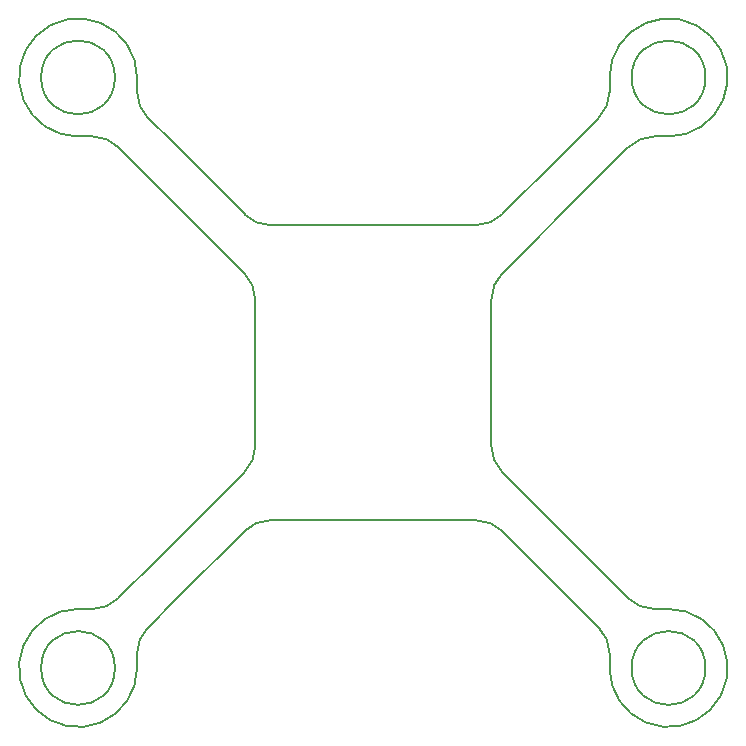
<source format=gko>
%FSLAX25Y25*%
%MOIN*%
G70*
G01*
G75*
G04 Layer_Color=32768*
%ADD10C,0.01000*%
%ADD11C,0.01100*%
%ADD12C,0.02200*%
%ADD13R,0.01772X0.01575*%
%ADD14R,0.01575X0.01772*%
%ADD15R,0.02362X0.03347*%
%ADD16R,0.02756X0.03150*%
%ADD17R,0.03937X0.04724*%
%ADD18R,0.03150X0.02559*%
%ADD19R,0.03150X0.06299*%
%ADD20R,0.01181X0.03543*%
%ADD21R,0.06299X0.05118*%
%ADD22R,0.03543X0.03150*%
%ADD23R,0.01181X0.03150*%
%ADD24R,0.03150X0.01181*%
%ADD25O,0.03150X0.01181*%
%ADD26R,0.02559X0.03740*%
G04:AMPARAMS|DCode=27|XSize=37.4mil|YSize=25.59mil|CornerRadius=0mil|HoleSize=0mil|Usage=FLASHONLY|Rotation=135.000|XOffset=0mil|YOffset=0mil|HoleType=Round|Shape=Rectangle|*
%AMROTATEDRECTD27*
4,1,4,0.02227,-0.00418,0.00418,-0.02227,-0.02227,0.00418,-0.00418,0.02227,0.02227,-0.00418,0.0*
%
%ADD27ROTATEDRECTD27*%

G04:AMPARAMS|DCode=28|XSize=37.4mil|YSize=25.59mil|CornerRadius=0mil|HoleSize=0mil|Usage=FLASHONLY|Rotation=45.000|XOffset=0mil|YOffset=0mil|HoleType=Round|Shape=Rectangle|*
%AMROTATEDRECTD28*
4,1,4,-0.00418,-0.02227,-0.02227,-0.00418,0.00418,0.02227,0.02227,0.00418,-0.00418,-0.02227,0.0*
%
%ADD28ROTATEDRECTD28*%

%ADD29R,0.12598X0.12598*%
%ADD30R,0.12598X0.12598*%
%ADD31O,0.01181X0.03150*%
%ADD32R,0.03100X0.03100*%
%ADD33R,0.01969X0.03937*%
%ADD34R,0.05315X0.05906*%
%ADD35R,0.01969X0.02362*%
%ADD36R,0.02362X0.01969*%
%ADD37R,0.01181X0.01575*%
%ADD38R,0.11811X0.15748*%
%ADD39R,0.02205X0.02677*%
%ADD40C,0.02000*%
%ADD41C,0.00800*%
%ADD42C,0.03000*%
%ADD43C,0.02953*%
%ADD44O,0.02756X0.02953*%
G04:AMPARAMS|DCode=45|XSize=35.43mil|YSize=78.74mil|CornerRadius=0mil|HoleSize=0mil|Usage=FLASHONLY|Rotation=225.000|XOffset=0mil|YOffset=0mil|HoleType=Round|Shape=Round|*
%AMOVALD45*
21,1,0.04331,0.03543,0.00000,0.00000,315.0*
1,1,0.03543,-0.01531,0.01531*
1,1,0.03543,0.01531,-0.01531*
%
%ADD45OVALD45*%

G04:AMPARAMS|DCode=46|XSize=47.24mil|YSize=23.62mil|CornerRadius=0mil|HoleSize=0mil|Usage=FLASHONLY|Rotation=225.000|XOffset=0mil|YOffset=0mil|HoleType=Round|Shape=Round|*
%AMOVALD46*
21,1,0.02362,0.02362,0.00000,0.00000,225.0*
1,1,0.02362,0.00835,0.00835*
1,1,0.02362,-0.00835,-0.00835*
%
%ADD46OVALD46*%

G04:AMPARAMS|DCode=47|XSize=35.43mil|YSize=78.74mil|CornerRadius=0mil|HoleSize=0mil|Usage=FLASHONLY|Rotation=135.000|XOffset=0mil|YOffset=0mil|HoleType=Round|Shape=Round|*
%AMOVALD47*
21,1,0.04331,0.03543,0.00000,0.00000,225.0*
1,1,0.03543,0.01531,0.01531*
1,1,0.03543,-0.01531,-0.01531*
%
%ADD47OVALD47*%

G04:AMPARAMS|DCode=48|XSize=47.24mil|YSize=23.62mil|CornerRadius=0mil|HoleSize=0mil|Usage=FLASHONLY|Rotation=135.000|XOffset=0mil|YOffset=0mil|HoleType=Round|Shape=Round|*
%AMOVALD48*
21,1,0.02362,0.02362,0.00000,0.00000,135.0*
1,1,0.02362,0.00835,-0.00835*
1,1,0.02362,-0.00835,0.00835*
%
%ADD48OVALD48*%

%ADD49C,0.02700*%
%ADD50R,0.02572X0.02375*%
%ADD51R,0.02375X0.02572*%
%ADD52R,0.03162X0.04147*%
%ADD53R,0.03556X0.03950*%
%ADD54R,0.04737X0.05524*%
%ADD55R,0.03950X0.03359*%
%ADD56R,0.03950X0.07099*%
%ADD57R,0.01981X0.04343*%
%ADD58R,0.07099X0.05918*%
%ADD59R,0.04343X0.03950*%
%ADD60R,0.01981X0.03950*%
%ADD61R,0.03950X0.01981*%
%ADD62O,0.03950X0.01981*%
%ADD63R,0.03359X0.04540*%
G04:AMPARAMS|DCode=64|XSize=45.4mil|YSize=33.59mil|CornerRadius=0mil|HoleSize=0mil|Usage=FLASHONLY|Rotation=135.000|XOffset=0mil|YOffset=0mil|HoleType=Round|Shape=Rectangle|*
%AMROTATEDRECTD64*
4,1,4,0.02793,-0.00418,0.00418,-0.02793,-0.02793,0.00418,-0.00418,0.02793,0.02793,-0.00418,0.0*
%
%ADD64ROTATEDRECTD64*%

G04:AMPARAMS|DCode=65|XSize=45.4mil|YSize=33.59mil|CornerRadius=0mil|HoleSize=0mil|Usage=FLASHONLY|Rotation=45.000|XOffset=0mil|YOffset=0mil|HoleType=Round|Shape=Rectangle|*
%AMROTATEDRECTD65*
4,1,4,-0.00418,-0.02793,-0.02793,-0.00418,0.00418,0.02793,0.02793,0.00418,-0.00418,-0.02793,0.0*
%
%ADD65ROTATEDRECTD65*%

%ADD66R,0.13398X0.13398*%
%ADD67R,0.13398X0.13398*%
%ADD68O,0.01981X0.03950*%
%ADD69R,0.03900X0.03900*%
%ADD70R,0.02769X0.04737*%
%ADD71R,0.06115X0.06706*%
%ADD72R,0.02769X0.03162*%
%ADD73R,0.03162X0.02769*%
%ADD74R,0.01981X0.02375*%
%ADD75R,0.12611X0.16548*%
%ADD76R,0.03005X0.03477*%
%ADD77C,0.03753*%
%ADD78O,0.03556X0.03753*%
G04:AMPARAMS|DCode=79|XSize=43.43mil|YSize=86.74mil|CornerRadius=0mil|HoleSize=0mil|Usage=FLASHONLY|Rotation=225.000|XOffset=0mil|YOffset=0mil|HoleType=Round|Shape=Round|*
%AMOVALD79*
21,1,0.04331,0.04343,0.00000,0.00000,315.0*
1,1,0.04343,-0.01531,0.01531*
1,1,0.04343,0.01531,-0.01531*
%
%ADD79OVALD79*%

G04:AMPARAMS|DCode=80|XSize=43.43mil|YSize=86.74mil|CornerRadius=0mil|HoleSize=0mil|Usage=FLASHONLY|Rotation=135.000|XOffset=0mil|YOffset=0mil|HoleType=Round|Shape=Round|*
%AMOVALD80*
21,1,0.04331,0.04343,0.00000,0.00000,225.0*
1,1,0.04343,0.01531,0.01531*
1,1,0.04343,-0.01531,-0.01531*
%
%ADD80OVALD80*%

%ADD81C,0.00787*%
D81*
X150098Y147638D02*
G03*
X150098Y147638I-12303J0D01*
G01*
X346949D02*
G03*
X346949Y147638I-12303J0D01*
G01*
Y344488D02*
G03*
X346949Y344488I-12303J0D01*
G01*
X150098D02*
G03*
X150098Y344488I-12303J0D01*
G01*
X193315Y213000D02*
G03*
X196850Y221535I-8535J8535D01*
G01*
X201850Y196850D02*
G03*
X193315Y193315I0J-12071D01*
G01*
X279126D02*
G03*
X270590Y196850I-8535J-8535D01*
G01*
X275590Y221535D02*
G03*
X279126Y213000I12071J0D01*
G01*
Y279126D02*
G03*
X275590Y270590I8535J-8535D01*
G01*
X270590Y295276D02*
G03*
X279126Y298811I0J12071D01*
G01*
X193315D02*
G03*
X201850Y295276I8535J8535D01*
G01*
X196850Y270590D02*
G03*
X193315Y279126I-12071J0D01*
G01*
X321268Y170858D02*
G03*
X329803Y167323I8535J8535D01*
G01*
X314961Y152480D02*
G03*
X311425Y161016I-12071J0D01*
G01*
X157480Y344488D02*
G03*
X137795Y324803I-19685J-0D01*
G01*
X314961Y147638D02*
G03*
X334646Y167323I19685J0D01*
G01*
Y324803D02*
G03*
X314961Y344488I0J19685D01*
G01*
X137795Y167323D02*
G03*
X157480Y147638I-0J-19685D01*
G01*
X151173Y321268D02*
G03*
X142638Y324803I-8535J-8535D01*
G01*
X157480Y339646D02*
G03*
X161016Y331110I12071J0D01*
G01*
X311425D02*
G03*
X314961Y339646I-8535J8535D01*
G01*
X329803Y324803D02*
G03*
X321268Y321268I0J-12071D01*
G01*
X142638Y167323D02*
G03*
X151173Y170858I0J12071D01*
G01*
X161016Y161016D02*
G03*
X157480Y152480I8535J-8535D01*
G01*
X196850Y221535D02*
Y253150D01*
X164370Y184055D02*
X193315Y213000D01*
X201850Y196850D02*
X253543D01*
X170472Y170472D02*
X193315Y193315D01*
X253543Y196850D02*
X270590D01*
X279126Y193315D02*
X299409Y173031D01*
X279126Y213000D02*
X308071Y184055D01*
X275590Y221535D02*
Y252362D01*
Y270590D01*
X279126Y279126D02*
X309252Y309252D01*
X279126Y298811D02*
X298031Y317717D01*
X226772Y295276D02*
X270590D01*
X201850D02*
X226772D01*
X169291Y322835D02*
X193315Y298811D01*
X196850Y253150D02*
Y270590D01*
X162598Y309842D02*
X193315Y279126D01*
X329803Y167323D02*
X334646D01*
X308071Y184055D02*
X321268Y170858D01*
X314961Y147638D02*
Y152480D01*
X299409Y173031D02*
X311425Y161016D01*
X151173Y321268D02*
X162598Y309842D01*
X137795Y324803D02*
X142638D01*
X161016Y331110D02*
X169291Y322835D01*
X157480Y339646D02*
Y344488D01*
X298031Y317717D02*
X311425Y331110D01*
X314961Y339646D02*
Y344488D01*
X309252Y309252D02*
X321268Y321268D01*
X329803Y324803D02*
X334646D01*
X151173Y170858D02*
X164370Y184055D01*
X137795Y167323D02*
X142638D01*
X161016Y161016D02*
X170472Y170472D01*
X157480Y147638D02*
Y152480D01*
M02*

</source>
